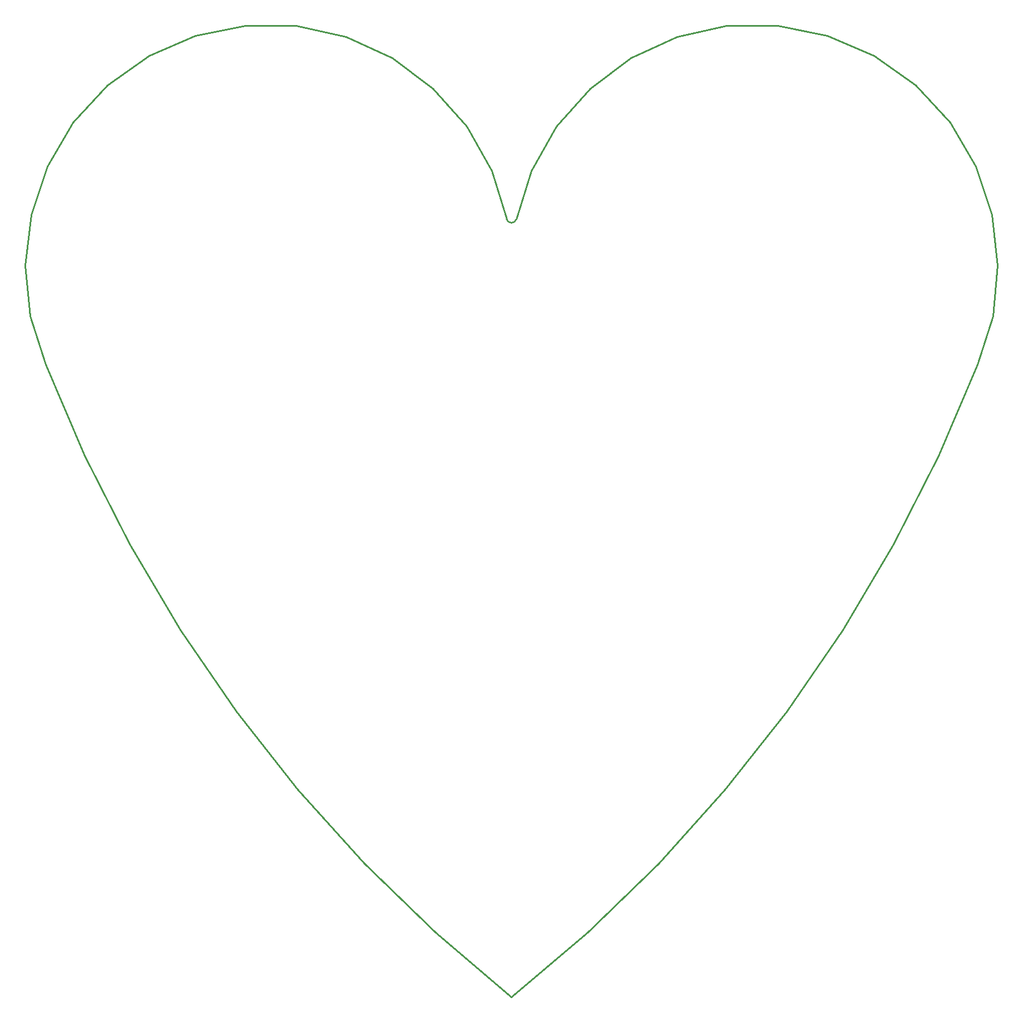
<source format=gbr>
G04 start of page 4 for group 2 idx 2 *
G04 Title: Heart, outline *
G04 Creator: pcb 4.0.2 *
G04 CreationDate: Wed Apr  3 09:48:58 2019 UTC *
G04 For: alez *
G04 Format: Gerber/RS-274X *
G04 PCB-Dimensions (mil): 5906.00 5906.00 *
G04 PCB-Coordinate-Origin: lower left *
%MOIN*%
%FSLAX25Y25*%
%LNOUTLINE*%
%ADD37C,0.0111*%
G54D37*X484322Y579582D02*X454451Y585615D01*
X423982Y585317D02*X394240Y578671D01*
X366533Y565997D01*
X342071Y547822D01*
X321915Y524971D01*
X306974Y498414D01*
X297860Y469333D01*
X292140D02*X283026Y498414D01*
X582858Y472188D02*X573190Y501083D01*
X557701Y527325D01*
X537106Y549786D01*
X512274Y567451D01*
X574253Y382517D02*X583400Y411586D01*
X586331Y441914D01*
X582858Y472188D01*
X512274Y567451D02*X484322Y579582D01*
X493583Y223506D02*X523961Y274689D01*
X550892Y327771D01*
X574253Y382517D01*
X454451Y585615D02*X423982Y585317D01*
X166018D02*X135544Y585615D01*
X105677Y579582D01*
X77720Y567451D01*
X283026Y498414D02*X268085Y524971D01*
X247924Y547822D01*
X223467Y565997D01*
X195754Y578671D01*
X166018Y585317D01*
X77720Y567451D02*X52894Y549786D01*
X32294Y527325D01*
X16810Y501083D01*
X7136Y472188D01*
X3670Y441914D01*
X6594Y411586D01*
X15746Y382517D01*
X39103Y327771D01*
X66034Y274689D01*
X96411Y223506D01*
X130113Y174439D01*
X166994Y127727D01*
X423000D02*X459887Y174439D01*
X493583Y223506D01*
X166994Y127727D02*X206892Y83559D01*
X249617Y42120D01*
X295000Y3600D01*
X340378Y42120D01*
X383103Y83559D01*
X423000Y127727D01*
X292134Y469321D02*G75*G03X297866Y469321I2866J1043D01*G01*
M02*

</source>
